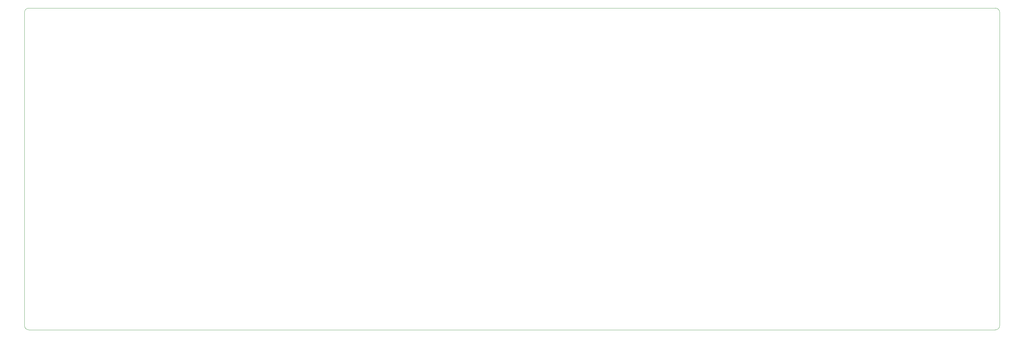
<source format=gbr>
%TF.GenerationSoftware,KiCad,Pcbnew,5.1.9*%
%TF.CreationDate,2021-02-24T13:07:44+00:00*%
%TF.ProjectId,keyboard,6b657962-6f61-4726-942e-6b696361645f,A*%
%TF.SameCoordinates,PX3072580PY3072580*%
%TF.FileFunction,Profile,NP*%
%FSLAX46Y46*%
G04 Gerber Fmt 4.6, Leading zero omitted, Abs format (unit mm)*
G04 Created by KiCad (PCBNEW 5.1.9) date 2021-02-24 13:07:44*
%MOMM*%
%LPD*%
G01*
G04 APERTURE LIST*
%TA.AperFunction,Profile*%
%ADD10C,0.050000*%
%TD*%
G04 APERTURE END LIST*
D10*
X283845000Y-635000D02*
G75*
G02*
X285115000Y-1905000I0J-1270000D01*
G01*
X285115000Y-93345000D02*
G75*
G02*
X283845000Y-94615000I-1270000J0D01*
G01*
X1905000Y-94615000D02*
G75*
G02*
X635000Y-93345000I0J1270000D01*
G01*
X635000Y-1905000D02*
G75*
G02*
X1905000Y-635000I1270000J0D01*
G01*
X283845000Y-635000D02*
X1905000Y-635000D01*
X285115000Y-93345000D02*
X285115000Y-1905000D01*
X1905000Y-94615000D02*
X283845000Y-94615000D01*
X635000Y-1905000D02*
X635000Y-93345000D01*
M02*

</source>
